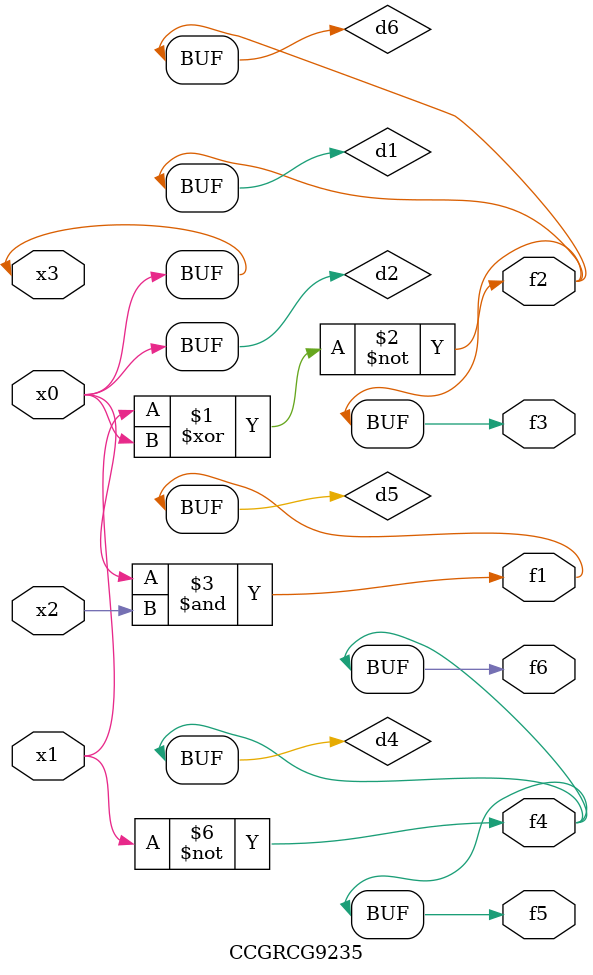
<source format=v>
module CCGRCG9235(
	input x0, x1, x2, x3,
	output f1, f2, f3, f4, f5, f6
);

	wire d1, d2, d3, d4, d5, d6;

	xnor (d1, x1, x3);
	buf (d2, x0, x3);
	nand (d3, x0, x2);
	not (d4, x1);
	nand (d5, d3);
	or (d6, d1);
	assign f1 = d5;
	assign f2 = d6;
	assign f3 = d6;
	assign f4 = d4;
	assign f5 = d4;
	assign f6 = d4;
endmodule

</source>
